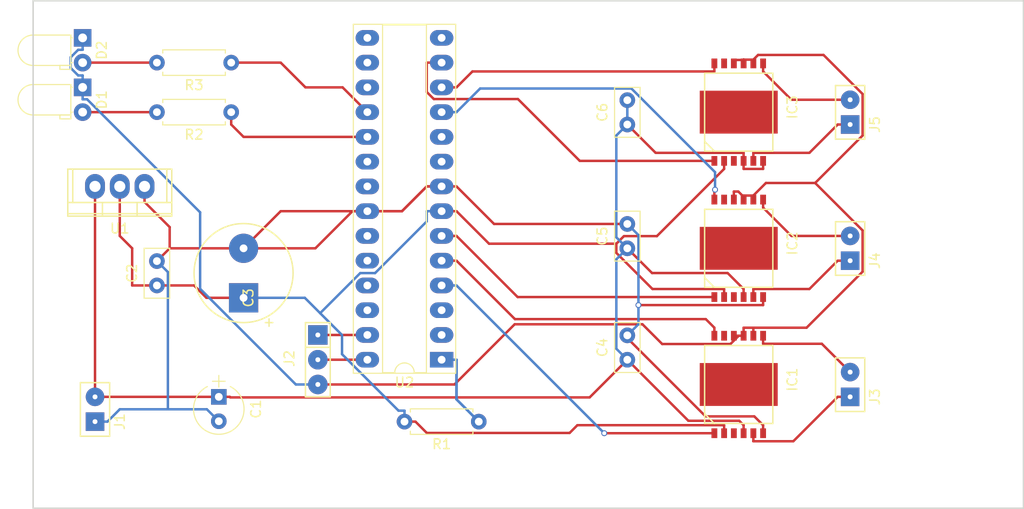
<source format=kicad_pcb>
(kicad_pcb (version 4) (host pcbnew 4.0.6)

  (general
    (links 57)
    (no_connects 0)
    (area 134.905 96.444999 240.105001 148.665001)
    (thickness 1.6)
    (drawings 5)
    (tracks 219)
    (zones 0)
    (modules 21)
    (nets 47)
  )

  (page A4)
  (title_block
    (title Shield_maison_v_1.0)
  )

  (layers
    (0 F.Cu signal)
    (31 B.Cu signal)
    (32 B.Adhes user)
    (33 F.Adhes user)
    (34 B.Paste user)
    (35 F.Paste user)
    (36 B.SilkS user)
    (37 F.SilkS user)
    (38 B.Mask user)
    (39 F.Mask user)
    (40 Dwgs.User user)
    (41 Cmts.User user)
    (42 Eco1.User user)
    (43 Eco2.User user)
    (44 Edge.Cuts user)
    (45 Margin user)
    (46 B.CrtYd user)
    (47 F.CrtYd user)
    (48 B.Fab user)
    (49 F.Fab user)
  )

  (setup
    (last_trace_width 0.25)
    (trace_clearance 0.2)
    (zone_clearance 0.508)
    (zone_45_only no)
    (trace_min 0.2)
    (segment_width 0.2)
    (edge_width 0.15)
    (via_size 0.6)
    (via_drill 0.4)
    (via_min_size 0.4)
    (via_min_drill 0.3)
    (uvia_size 0.3)
    (uvia_drill 0.1)
    (uvias_allowed no)
    (uvia_min_size 0.2)
    (uvia_min_drill 0.1)
    (pcb_text_width 0.3)
    (pcb_text_size 1.5 1.5)
    (mod_edge_width 0.15)
    (mod_text_size 1 1)
    (mod_text_width 0.15)
    (pad_size 1.524 1.524)
    (pad_drill 0.762)
    (pad_to_mask_clearance 0.2)
    (aux_axis_origin 0 0)
    (visible_elements 7FFFFFFF)
    (pcbplotparams
      (layerselection 0x00030_80000001)
      (usegerberextensions false)
      (excludeedgelayer true)
      (linewidth 0.100000)
      (plotframeref false)
      (viasonmask false)
      (mode 1)
      (useauxorigin false)
      (hpglpennumber 1)
      (hpglpenspeed 20)
      (hpglpendiameter 15)
      (hpglpenoverlay 2)
      (psnegative false)
      (psa4output false)
      (plotreference true)
      (plotvalue true)
      (plotinvisibletext false)
      (padsonsilk false)
      (subtractmaskfromsilk false)
      (outputformat 1)
      (mirror false)
      (drillshape 1)
      (scaleselection 1)
      (outputdirectory ""))
  )

  (net 0 "")
  (net 1 "Net-(C1-Pad1)")
  (net 2 "Net-(C1-Pad2)")
  (net 3 "Net-(C2-Pad1)")
  (net 4 GND)
  (net 5 "Net-(D1-Pad2)")
  (net 6 "Net-(D2-Pad2)")
  (net 7 "Net-(IC1-Pad5)")
  (net 8 "Net-(IC1-Pad3)")
  (net 9 "Net-(IC1-Pad1)")
  (net 10 "Net-(IC1-Pad7)")
  (net 11 "Net-(IC1-Pad12)")
  (net 12 "Net-(IC1-Pad11)")
  (net 13 "Net-(IC1-Pad13)")
  (net 14 "Net-(IC2-Pad5)")
  (net 15 "Net-(IC2-Pad3)")
  (net 16 "Net-(IC2-Pad1)")
  (net 17 "Net-(IC2-Pad7)")
  (net 18 "Net-(IC2-Pad12)")
  (net 19 "Net-(IC2-Pad11)")
  (net 20 "Net-(IC2-Pad13)")
  (net 21 "Net-(IC3-Pad5)")
  (net 22 "Net-(IC3-Pad3)")
  (net 23 "Net-(IC3-Pad1)")
  (net 24 "Net-(IC3-Pad7)")
  (net 25 "Net-(IC3-Pad12)")
  (net 26 "Net-(IC3-Pad11)")
  (net 27 "Net-(IC3-Pad13)")
  (net 28 "Net-(J2-Pad1)")
  (net 29 "Net-(J2-Pad2)")
  (net 30 "Net-(R1-Pad1)")
  (net 31 "Net-(R2-Pad1)")
  (net 32 "Net-(R3-Pad1)")
  (net 33 "Net-(U2-Pad15)")
  (net 34 "Net-(U2-Pad2)")
  (net 35 "Net-(U2-Pad16)")
  (net 36 "Net-(U2-Pad3)")
  (net 37 "Net-(U2-Pad17)")
  (net 38 "Net-(U2-Pad20)")
  (net 39 "Net-(U2-Pad21)")
  (net 40 "Net-(U2-Pad9)")
  (net 41 "Net-(U2-Pad23)")
  (net 42 "Net-(U2-Pad10)")
  (net 43 "Net-(U2-Pad24)")
  (net 44 "Net-(U2-Pad25)")
  (net 45 "Net-(U2-Pad26)")
  (net 46 "Net-(U2-Pad14)")

  (net_class Default "Ceci est la Netclass par défaut"
    (clearance 0.2)
    (trace_width 0.25)
    (via_dia 0.6)
    (via_drill 0.4)
    (uvia_dia 0.3)
    (uvia_drill 0.1)
    (add_net GND)
    (add_net "Net-(C1-Pad1)")
    (add_net "Net-(C1-Pad2)")
    (add_net "Net-(C2-Pad1)")
    (add_net "Net-(D1-Pad2)")
    (add_net "Net-(D2-Pad2)")
    (add_net "Net-(IC1-Pad1)")
    (add_net "Net-(IC1-Pad11)")
    (add_net "Net-(IC1-Pad12)")
    (add_net "Net-(IC1-Pad13)")
    (add_net "Net-(IC1-Pad3)")
    (add_net "Net-(IC1-Pad5)")
    (add_net "Net-(IC1-Pad7)")
    (add_net "Net-(IC2-Pad1)")
    (add_net "Net-(IC2-Pad11)")
    (add_net "Net-(IC2-Pad12)")
    (add_net "Net-(IC2-Pad13)")
    (add_net "Net-(IC2-Pad3)")
    (add_net "Net-(IC2-Pad5)")
    (add_net "Net-(IC2-Pad7)")
    (add_net "Net-(IC3-Pad1)")
    (add_net "Net-(IC3-Pad11)")
    (add_net "Net-(IC3-Pad12)")
    (add_net "Net-(IC3-Pad13)")
    (add_net "Net-(IC3-Pad3)")
    (add_net "Net-(IC3-Pad5)")
    (add_net "Net-(IC3-Pad7)")
    (add_net "Net-(J2-Pad1)")
    (add_net "Net-(J2-Pad2)")
    (add_net "Net-(R1-Pad1)")
    (add_net "Net-(R2-Pad1)")
    (add_net "Net-(R3-Pad1)")
    (add_net "Net-(U2-Pad10)")
    (add_net "Net-(U2-Pad14)")
    (add_net "Net-(U2-Pad15)")
    (add_net "Net-(U2-Pad16)")
    (add_net "Net-(U2-Pad17)")
    (add_net "Net-(U2-Pad2)")
    (add_net "Net-(U2-Pad20)")
    (add_net "Net-(U2-Pad21)")
    (add_net "Net-(U2-Pad23)")
    (add_net "Net-(U2-Pad24)")
    (add_net "Net-(U2-Pad25)")
    (add_net "Net-(U2-Pad26)")
    (add_net "Net-(U2-Pad3)")
    (add_net "Net-(U2-Pad9)")
  )

  (net_class Alim ""
    (clearance 0.3)
    (trace_width 5)
    (via_dia 0.6)
    (via_drill 0.4)
    (uvia_dia 0.3)
    (uvia_drill 0.1)
  )

  (module Capacitors_THT:CP_Radial_Tantal_D5.0mm_P2.50mm (layer F.Cu) (tedit 597C781B) (tstamp 5ABE4B81)
    (at 157.48 137.16 270)
    (descr "CP, Radial_Tantal series, Radial, pin pitch=2.50mm, , diameter=5.0mm, Tantal Electrolytic Capacitor, http://cdn-reichelt.de/documents/datenblatt/B300/TANTAL-TB-Serie%23.pdf")
    (tags "CP Radial_Tantal series Radial pin pitch 2.50mm  diameter 5.0mm Tantal Electrolytic Capacitor")
    (path /5ABE463C)
    (fp_text reference C1 (at 1.25 -3.81 270) (layer F.SilkS)
      (effects (font (size 1 1) (thickness 0.15)))
    )
    (fp_text value 220µF (at 1.25 3.81 270) (layer F.Fab)
      (effects (font (size 1 1) (thickness 0.15)))
    )
    (fp_arc (start 1.25 0) (end -1.05558 -1.18) (angle 125.8) (layer F.SilkS) (width 0.12))
    (fp_arc (start 1.25 0) (end -1.05558 1.18) (angle -125.8) (layer F.SilkS) (width 0.12))
    (fp_arc (start 1.25 0) (end 3.55558 -1.18) (angle 54.2) (layer F.SilkS) (width 0.12))
    (fp_circle (center 1.25 0) (end 3.75 0) (layer F.Fab) (width 0.1))
    (fp_line (start -2.2 0) (end -1 0) (layer F.Fab) (width 0.1))
    (fp_line (start -1.6 -0.65) (end -1.6 0.65) (layer F.Fab) (width 0.1))
    (fp_line (start -2.2 0) (end -1 0) (layer F.SilkS) (width 0.12))
    (fp_line (start -1.6 -0.65) (end -1.6 0.65) (layer F.SilkS) (width 0.12))
    (fp_line (start -1.6 -2.85) (end -1.6 2.85) (layer F.CrtYd) (width 0.05))
    (fp_line (start -1.6 2.85) (end 4.1 2.85) (layer F.CrtYd) (width 0.05))
    (fp_line (start 4.1 2.85) (end 4.1 -2.85) (layer F.CrtYd) (width 0.05))
    (fp_line (start 4.1 -2.85) (end -1.6 -2.85) (layer F.CrtYd) (width 0.05))
    (fp_text user %R (at 1.25 0 270) (layer F.Fab)
      (effects (font (size 1 1) (thickness 0.15)))
    )
    (pad 1 thru_hole rect (at 0 0 270) (size 1.6 1.6) (drill 0.8) (layers *.Cu *.Mask)
      (net 1 "Net-(C1-Pad1)"))
    (pad 2 thru_hole circle (at 2.5 0 270) (size 1.6 1.6) (drill 0.8) (layers *.Cu *.Mask)
      (net 2 "Net-(C1-Pad2)"))
    (model ${KISYS3DMOD}/Capacitors_THT.3dshapes/CP_Radial_Tantal_D5.0mm_P2.50mm.wrl
      (at (xyz 0 0 0))
      (scale (xyz 1 1 1))
      (rotate (xyz 0 0 0))
    )
  )

  (module Capacitors_THT:C_Disc_D5.0mm_W2.5mm_P2.50mm (layer F.Cu) (tedit 597BC7C2) (tstamp 5ABE4B87)
    (at 151.13 125.73 90)
    (descr "C, Disc series, Radial, pin pitch=2.50mm, , diameter*width=5*2.5mm^2, Capacitor, http://cdn-reichelt.de/documents/datenblatt/B300/DS_KERKO_TC.pdf")
    (tags "C Disc series Radial pin pitch 2.50mm  diameter 5mm width 2.5mm Capacitor")
    (path /5ABE7594)
    (fp_text reference C2 (at 1.25 -2.56 90) (layer F.SilkS)
      (effects (font (size 1 1) (thickness 0.15)))
    )
    (fp_text value 100n (at 1.25 2.56 90) (layer F.Fab)
      (effects (font (size 1 1) (thickness 0.15)))
    )
    (fp_line (start -1.25 -1.25) (end -1.25 1.25) (layer F.Fab) (width 0.1))
    (fp_line (start -1.25 1.25) (end 3.75 1.25) (layer F.Fab) (width 0.1))
    (fp_line (start 3.75 1.25) (end 3.75 -1.25) (layer F.Fab) (width 0.1))
    (fp_line (start 3.75 -1.25) (end -1.25 -1.25) (layer F.Fab) (width 0.1))
    (fp_line (start -1.31 -1.31) (end 3.81 -1.31) (layer F.SilkS) (width 0.12))
    (fp_line (start -1.31 1.31) (end 3.81 1.31) (layer F.SilkS) (width 0.12))
    (fp_line (start -1.31 -1.31) (end -1.31 1.31) (layer F.SilkS) (width 0.12))
    (fp_line (start 3.81 -1.31) (end 3.81 1.31) (layer F.SilkS) (width 0.12))
    (fp_line (start -1.6 -1.6) (end -1.6 1.6) (layer F.CrtYd) (width 0.05))
    (fp_line (start -1.6 1.6) (end 4.1 1.6) (layer F.CrtYd) (width 0.05))
    (fp_line (start 4.1 1.6) (end 4.1 -1.6) (layer F.CrtYd) (width 0.05))
    (fp_line (start 4.1 -1.6) (end -1.6 -1.6) (layer F.CrtYd) (width 0.05))
    (fp_text user %R (at 1.25 0 90) (layer F.Fab)
      (effects (font (size 1 1) (thickness 0.15)))
    )
    (pad 1 thru_hole circle (at 0 0 90) (size 1.6 1.6) (drill 0.8) (layers *.Cu *.Mask)
      (net 3 "Net-(C2-Pad1)"))
    (pad 2 thru_hole circle (at 2.5 0 90) (size 1.6 1.6) (drill 0.8) (layers *.Cu *.Mask)
      (net 2 "Net-(C1-Pad2)"))
    (model ${KISYS3DMOD}/Capacitors_THT.3dshapes/C_Disc_D5.0mm_W2.5mm_P2.50mm.wrl
      (at (xyz 0 0 0))
      (scale (xyz 1 1 1))
      (rotate (xyz 0 0 0))
    )
  )

  (module "modules perso:condo_D8mm_P3mm" (layer F.Cu) (tedit 5ABE3F95) (tstamp 5ABE4B8F)
    (at 160.02 127 90)
    (path /5ABE0F75)
    (fp_text reference C3 (at 0 0.5 90) (layer F.SilkS)
      (effects (font (size 1 1) (thickness 0.15)))
    )
    (fp_text value 10µF (at 0 -0.5 90) (layer F.Fab)
      (effects (font (size 1 1) (thickness 0.15)))
    )
    (fp_text user + (at -2.54 2.54 90) (layer F.SilkS)
      (effects (font (size 1 1) (thickness 0.15)))
    )
    (fp_circle (center 2.54 0) (end -2.54 0) (layer F.SilkS) (width 0.15))
    (pad 2 thru_hole circle (at 5.08 0 90) (size 3 3) (drill 0.8) (layers *.Cu *.Mask)
      (net 2 "Net-(C1-Pad2)"))
    (pad 1 thru_hole rect (at 0 0 90) (size 3 3) (drill 0.8) (layers *.Cu *.Mask)
      (net 3 "Net-(C2-Pad1)"))
  )

  (module Capacitors_THT:C_Disc_D5.0mm_W2.5mm_P2.50mm (layer F.Cu) (tedit 597BC7C2) (tstamp 5ABE4B95)
    (at 199.39 133.35 90)
    (descr "C, Disc series, Radial, pin pitch=2.50mm, , diameter*width=5*2.5mm^2, Capacitor, http://cdn-reichelt.de/documents/datenblatt/B300/DS_KERKO_TC.pdf")
    (tags "C Disc series Radial pin pitch 2.50mm  diameter 5mm width 2.5mm Capacitor")
    (path /5ABE7FA7)
    (fp_text reference C4 (at 1.25 -2.56 90) (layer F.SilkS)
      (effects (font (size 1 1) (thickness 0.15)))
    )
    (fp_text value 100n (at 1.25 2.56 90) (layer F.Fab)
      (effects (font (size 1 1) (thickness 0.15)))
    )
    (fp_line (start -1.25 -1.25) (end -1.25 1.25) (layer F.Fab) (width 0.1))
    (fp_line (start -1.25 1.25) (end 3.75 1.25) (layer F.Fab) (width 0.1))
    (fp_line (start 3.75 1.25) (end 3.75 -1.25) (layer F.Fab) (width 0.1))
    (fp_line (start 3.75 -1.25) (end -1.25 -1.25) (layer F.Fab) (width 0.1))
    (fp_line (start -1.31 -1.31) (end 3.81 -1.31) (layer F.SilkS) (width 0.12))
    (fp_line (start -1.31 1.31) (end 3.81 1.31) (layer F.SilkS) (width 0.12))
    (fp_line (start -1.31 -1.31) (end -1.31 1.31) (layer F.SilkS) (width 0.12))
    (fp_line (start 3.81 -1.31) (end 3.81 1.31) (layer F.SilkS) (width 0.12))
    (fp_line (start -1.6 -1.6) (end -1.6 1.6) (layer F.CrtYd) (width 0.05))
    (fp_line (start -1.6 1.6) (end 4.1 1.6) (layer F.CrtYd) (width 0.05))
    (fp_line (start 4.1 1.6) (end 4.1 -1.6) (layer F.CrtYd) (width 0.05))
    (fp_line (start 4.1 -1.6) (end -1.6 -1.6) (layer F.CrtYd) (width 0.05))
    (fp_text user %R (at 1.25 0 90) (layer F.Fab)
      (effects (font (size 1 1) (thickness 0.15)))
    )
    (pad 1 thru_hole circle (at 0 0 90) (size 1.6 1.6) (drill 0.8) (layers *.Cu *.Mask)
      (net 1 "Net-(C1-Pad1)"))
    (pad 2 thru_hole circle (at 2.5 0 90) (size 1.6 1.6) (drill 0.8) (layers *.Cu *.Mask)
      (net 2 "Net-(C1-Pad2)"))
    (model ${KISYS3DMOD}/Capacitors_THT.3dshapes/C_Disc_D5.0mm_W2.5mm_P2.50mm.wrl
      (at (xyz 0 0 0))
      (scale (xyz 1 1 1))
      (rotate (xyz 0 0 0))
    )
  )

  (module Capacitors_THT:C_Disc_D5.0mm_W2.5mm_P2.50mm (layer F.Cu) (tedit 597BC7C2) (tstamp 5ABE4B9B)
    (at 199.39 121.92 90)
    (descr "C, Disc series, Radial, pin pitch=2.50mm, , diameter*width=5*2.5mm^2, Capacitor, http://cdn-reichelt.de/documents/datenblatt/B300/DS_KERKO_TC.pdf")
    (tags "C Disc series Radial pin pitch 2.50mm  diameter 5mm width 2.5mm Capacitor")
    (path /5ABE824F)
    (fp_text reference C5 (at 1.25 -2.56 90) (layer F.SilkS)
      (effects (font (size 1 1) (thickness 0.15)))
    )
    (fp_text value 100n (at 1.25 2.56 90) (layer F.Fab)
      (effects (font (size 1 1) (thickness 0.15)))
    )
    (fp_line (start -1.25 -1.25) (end -1.25 1.25) (layer F.Fab) (width 0.1))
    (fp_line (start -1.25 1.25) (end 3.75 1.25) (layer F.Fab) (width 0.1))
    (fp_line (start 3.75 1.25) (end 3.75 -1.25) (layer F.Fab) (width 0.1))
    (fp_line (start 3.75 -1.25) (end -1.25 -1.25) (layer F.Fab) (width 0.1))
    (fp_line (start -1.31 -1.31) (end 3.81 -1.31) (layer F.SilkS) (width 0.12))
    (fp_line (start -1.31 1.31) (end 3.81 1.31) (layer F.SilkS) (width 0.12))
    (fp_line (start -1.31 -1.31) (end -1.31 1.31) (layer F.SilkS) (width 0.12))
    (fp_line (start 3.81 -1.31) (end 3.81 1.31) (layer F.SilkS) (width 0.12))
    (fp_line (start -1.6 -1.6) (end -1.6 1.6) (layer F.CrtYd) (width 0.05))
    (fp_line (start -1.6 1.6) (end 4.1 1.6) (layer F.CrtYd) (width 0.05))
    (fp_line (start 4.1 1.6) (end 4.1 -1.6) (layer F.CrtYd) (width 0.05))
    (fp_line (start 4.1 -1.6) (end -1.6 -1.6) (layer F.CrtYd) (width 0.05))
    (fp_text user %R (at 1.25 0 90) (layer F.Fab)
      (effects (font (size 1 1) (thickness 0.15)))
    )
    (pad 1 thru_hole circle (at 0 0 90) (size 1.6 1.6) (drill 0.8) (layers *.Cu *.Mask)
      (net 1 "Net-(C1-Pad1)"))
    (pad 2 thru_hole circle (at 2.5 0 90) (size 1.6 1.6) (drill 0.8) (layers *.Cu *.Mask)
      (net 2 "Net-(C1-Pad2)"))
    (model ${KISYS3DMOD}/Capacitors_THT.3dshapes/C_Disc_D5.0mm_W2.5mm_P2.50mm.wrl
      (at (xyz 0 0 0))
      (scale (xyz 1 1 1))
      (rotate (xyz 0 0 0))
    )
  )

  (module Capacitors_THT:C_Disc_D5.0mm_W2.5mm_P2.50mm (layer F.Cu) (tedit 597BC7C2) (tstamp 5ABE4BA1)
    (at 199.39 109.22 90)
    (descr "C, Disc series, Radial, pin pitch=2.50mm, , diameter*width=5*2.5mm^2, Capacitor, http://cdn-reichelt.de/documents/datenblatt/B300/DS_KERKO_TC.pdf")
    (tags "C Disc series Radial pin pitch 2.50mm  diameter 5mm width 2.5mm Capacitor")
    (path /5ABE82DA)
    (fp_text reference C6 (at 1.25 -2.56 90) (layer F.SilkS)
      (effects (font (size 1 1) (thickness 0.15)))
    )
    (fp_text value 100n (at 1.25 2.56 90) (layer F.Fab)
      (effects (font (size 1 1) (thickness 0.15)))
    )
    (fp_line (start -1.25 -1.25) (end -1.25 1.25) (layer F.Fab) (width 0.1))
    (fp_line (start -1.25 1.25) (end 3.75 1.25) (layer F.Fab) (width 0.1))
    (fp_line (start 3.75 1.25) (end 3.75 -1.25) (layer F.Fab) (width 0.1))
    (fp_line (start 3.75 -1.25) (end -1.25 -1.25) (layer F.Fab) (width 0.1))
    (fp_line (start -1.31 -1.31) (end 3.81 -1.31) (layer F.SilkS) (width 0.12))
    (fp_line (start -1.31 1.31) (end 3.81 1.31) (layer F.SilkS) (width 0.12))
    (fp_line (start -1.31 -1.31) (end -1.31 1.31) (layer F.SilkS) (width 0.12))
    (fp_line (start 3.81 -1.31) (end 3.81 1.31) (layer F.SilkS) (width 0.12))
    (fp_line (start -1.6 -1.6) (end -1.6 1.6) (layer F.CrtYd) (width 0.05))
    (fp_line (start -1.6 1.6) (end 4.1 1.6) (layer F.CrtYd) (width 0.05))
    (fp_line (start 4.1 1.6) (end 4.1 -1.6) (layer F.CrtYd) (width 0.05))
    (fp_line (start 4.1 -1.6) (end -1.6 -1.6) (layer F.CrtYd) (width 0.05))
    (fp_text user %R (at 1.25 0 90) (layer F.Fab)
      (effects (font (size 1 1) (thickness 0.15)))
    )
    (pad 1 thru_hole circle (at 0 0 90) (size 1.6 1.6) (drill 0.8) (layers *.Cu *.Mask)
      (net 1 "Net-(C1-Pad1)"))
    (pad 2 thru_hole circle (at 2.5 0 90) (size 1.6 1.6) (drill 0.8) (layers *.Cu *.Mask)
      (net 1 "Net-(C1-Pad1)"))
    (model ${KISYS3DMOD}/Capacitors_THT.3dshapes/C_Disc_D5.0mm_W2.5mm_P2.50mm.wrl
      (at (xyz 0 0 0))
      (scale (xyz 1 1 1))
      (rotate (xyz 0 0 0))
    )
  )

  (module LEDs:LED_D3.0mm_Horizontal_O1.27mm_Z2.0mm (layer F.Cu) (tedit 5880A862) (tstamp 5ABE4BA7)
    (at 143.51 105.41 270)
    (descr "LED, diameter 3.0mm z-position of LED center 2.0mm, 2 pins")
    (tags "LED diameter 3.0mm z-position of LED center 2.0mm 2 pins")
    (path /5ABEB185)
    (fp_text reference D1 (at 1.27 -1.96 270) (layer F.SilkS)
      (effects (font (size 1 1) (thickness 0.15)))
    )
    (fp_text value LED (at 1.27 7.63 270) (layer F.Fab)
      (effects (font (size 1 1) (thickness 0.15)))
    )
    (fp_arc (start 1.27 5.07) (end -0.23 5.07) (angle -180) (layer F.Fab) (width 0.1))
    (fp_arc (start 1.27 5.07) (end -0.29 5.07) (angle -180) (layer F.SilkS) (width 0.12))
    (fp_line (start -0.23 1.27) (end -0.23 5.07) (layer F.Fab) (width 0.1))
    (fp_line (start 2.77 1.27) (end 2.77 5.07) (layer F.Fab) (width 0.1))
    (fp_line (start -0.23 1.27) (end 2.77 1.27) (layer F.Fab) (width 0.1))
    (fp_line (start 3.17 1.27) (end 3.17 2.27) (layer F.Fab) (width 0.1))
    (fp_line (start 3.17 2.27) (end 2.77 2.27) (layer F.Fab) (width 0.1))
    (fp_line (start 2.77 2.27) (end 2.77 1.27) (layer F.Fab) (width 0.1))
    (fp_line (start 2.77 1.27) (end 3.17 1.27) (layer F.Fab) (width 0.1))
    (fp_line (start 0 0) (end 0 1.27) (layer F.Fab) (width 0.1))
    (fp_line (start 0 1.27) (end 0 1.27) (layer F.Fab) (width 0.1))
    (fp_line (start 0 1.27) (end 0 0) (layer F.Fab) (width 0.1))
    (fp_line (start 0 0) (end 0 0) (layer F.Fab) (width 0.1))
    (fp_line (start 2.54 0) (end 2.54 1.27) (layer F.Fab) (width 0.1))
    (fp_line (start 2.54 1.27) (end 2.54 1.27) (layer F.Fab) (width 0.1))
    (fp_line (start 2.54 1.27) (end 2.54 0) (layer F.Fab) (width 0.1))
    (fp_line (start 2.54 0) (end 2.54 0) (layer F.Fab) (width 0.1))
    (fp_line (start -0.29 1.21) (end -0.29 5.07) (layer F.SilkS) (width 0.12))
    (fp_line (start 2.83 1.21) (end 2.83 5.07) (layer F.SilkS) (width 0.12))
    (fp_line (start -0.29 1.21) (end 2.83 1.21) (layer F.SilkS) (width 0.12))
    (fp_line (start 3.23 1.21) (end 3.23 2.33) (layer F.SilkS) (width 0.12))
    (fp_line (start 3.23 2.33) (end 2.83 2.33) (layer F.SilkS) (width 0.12))
    (fp_line (start 2.83 2.33) (end 2.83 1.21) (layer F.SilkS) (width 0.12))
    (fp_line (start 2.83 1.21) (end 3.23 1.21) (layer F.SilkS) (width 0.12))
    (fp_line (start 0 1.08) (end 0 1.21) (layer F.SilkS) (width 0.12))
    (fp_line (start 0 1.21) (end 0 1.21) (layer F.SilkS) (width 0.12))
    (fp_line (start 0 1.21) (end 0 1.08) (layer F.SilkS) (width 0.12))
    (fp_line (start 0 1.08) (end 0 1.08) (layer F.SilkS) (width 0.12))
    (fp_line (start 2.54 1.08) (end 2.54 1.21) (layer F.SilkS) (width 0.12))
    (fp_line (start 2.54 1.21) (end 2.54 1.21) (layer F.SilkS) (width 0.12))
    (fp_line (start 2.54 1.21) (end 2.54 1.08) (layer F.SilkS) (width 0.12))
    (fp_line (start 2.54 1.08) (end 2.54 1.08) (layer F.SilkS) (width 0.12))
    (fp_line (start -1.25 -1.25) (end -1.25 6.9) (layer F.CrtYd) (width 0.05))
    (fp_line (start -1.25 6.9) (end 3.75 6.9) (layer F.CrtYd) (width 0.05))
    (fp_line (start 3.75 6.9) (end 3.75 -1.25) (layer F.CrtYd) (width 0.05))
    (fp_line (start 3.75 -1.25) (end -1.25 -1.25) (layer F.CrtYd) (width 0.05))
    (pad 1 thru_hole rect (at 0 0 270) (size 1.8 1.8) (drill 0.9) (layers *.Cu *.Mask)
      (net 4 GND))
    (pad 2 thru_hole circle (at 2.54 0 270) (size 1.8 1.8) (drill 0.9) (layers *.Cu *.Mask)
      (net 5 "Net-(D1-Pad2)"))
    (model ${KISYS3DMOD}/LEDs.3dshapes/LED_D3.0mm_Horizontal_O1.27mm_Z2.0mm.wrl
      (at (xyz 0 0 0))
      (scale (xyz 0.393701 0.393701 0.393701))
      (rotate (xyz 0 0 0))
    )
  )

  (module LEDs:LED_D3.0mm_Horizontal_O1.27mm_Z2.0mm (layer F.Cu) (tedit 5880A862) (tstamp 5ABE4BAD)
    (at 143.51 100.33 270)
    (descr "LED, diameter 3.0mm z-position of LED center 2.0mm, 2 pins")
    (tags "LED diameter 3.0mm z-position of LED center 2.0mm 2 pins")
    (path /5ABE3338)
    (fp_text reference D2 (at 1.27 -1.96 270) (layer F.SilkS)
      (effects (font (size 1 1) (thickness 0.15)))
    )
    (fp_text value LED (at 1.27 7.63 270) (layer F.Fab)
      (effects (font (size 1 1) (thickness 0.15)))
    )
    (fp_arc (start 1.27 5.07) (end -0.23 5.07) (angle -180) (layer F.Fab) (width 0.1))
    (fp_arc (start 1.27 5.07) (end -0.29 5.07) (angle -180) (layer F.SilkS) (width 0.12))
    (fp_line (start -0.23 1.27) (end -0.23 5.07) (layer F.Fab) (width 0.1))
    (fp_line (start 2.77 1.27) (end 2.77 5.07) (layer F.Fab) (width 0.1))
    (fp_line (start -0.23 1.27) (end 2.77 1.27) (layer F.Fab) (width 0.1))
    (fp_line (start 3.17 1.27) (end 3.17 2.27) (layer F.Fab) (width 0.1))
    (fp_line (start 3.17 2.27) (end 2.77 2.27) (layer F.Fab) (width 0.1))
    (fp_line (start 2.77 2.27) (end 2.77 1.27) (layer F.Fab) (width 0.1))
    (fp_line (start 2.77 1.27) (end 3.17 1.27) (layer F.Fab) (width 0.1))
    (fp_line (start 0 0) (end 0 1.27) (layer F.Fab) (width 0.1))
    (fp_line (start 0 1.27) (end 0 1.27) (layer F.Fab) (width 0.1))
    (fp_line (start 0 1.27) (end 0 0) (layer F.Fab) (width 0.1))
    (fp_line (start 0 0) (end 0 0) (layer F.Fab) (width 0.1))
    (fp_line (start 2.54 0) (end 2.54 1.27) (layer F.Fab) (width 0.1))
    (fp_line (start 2.54 1.27) (end 2.54 1.27) (layer F.Fab) (width 0.1))
    (fp_line (start 2.54 1.27) (end 2.54 0) (layer F.Fab) (width 0.1))
    (fp_line (start 2.54 0) (end 2.54 0) (layer F.Fab) (width 0.1))
    (fp_line (start -0.29 1.21) (end -0.29 5.07) (layer F.SilkS) (width 0.12))
    (fp_line (start 2.83 1.21) (end 2.83 5.07) (layer F.SilkS) (width 0.12))
    (fp_line (start -0.29 1.21) (end 2.83 1.21) (layer F.SilkS) (width 0.12))
    (fp_line (start 3.23 1.21) (end 3.23 2.33) (layer F.SilkS) (width 0.12))
    (fp_line (start 3.23 2.33) (end 2.83 2.33) (layer F.SilkS) (width 0.12))
    (fp_line (start 2.83 2.33) (end 2.83 1.21) (layer F.SilkS) (width 0.12))
    (fp_line (start 2.83 1.21) (end 3.23 1.21) (layer F.SilkS) (width 0.12))
    (fp_line (start 0 1.08) (end 0 1.21) (layer F.SilkS) (width 0.12))
    (fp_line (start 0 1.21) (end 0 1.21) (layer F.SilkS) (width 0.12))
    (fp_line (start 0 1.21) (end 0 1.08) (layer F.SilkS) (width 0.12))
    (fp_line (start 0 1.08) (end 0 1.08) (layer F.SilkS) (width 0.12))
    (fp_line (start 2.54 1.08) (end 2.54 1.21) (layer F.SilkS) (width 0.12))
    (fp_line (start 2.54 1.21) (end 2.54 1.21) (layer F.SilkS) (width 0.12))
    (fp_line (start 2.54 1.21) (end 2.54 1.08) (layer F.SilkS) (width 0.12))
    (fp_line (start 2.54 1.08) (end 2.54 1.08) (layer F.SilkS) (width 0.12))
    (fp_line (start -1.25 -1.25) (end -1.25 6.9) (layer F.CrtYd) (width 0.05))
    (fp_line (start -1.25 6.9) (end 3.75 6.9) (layer F.CrtYd) (width 0.05))
    (fp_line (start 3.75 6.9) (end 3.75 -1.25) (layer F.CrtYd) (width 0.05))
    (fp_line (start 3.75 -1.25) (end -1.25 -1.25) (layer F.CrtYd) (width 0.05))
    (pad 1 thru_hole rect (at 0 0 270) (size 1.8 1.8) (drill 0.9) (layers *.Cu *.Mask)
      (net 4 GND))
    (pad 2 thru_hole circle (at 2.54 0 270) (size 1.8 1.8) (drill 0.9) (layers *.Cu *.Mask)
      (net 6 "Net-(D2-Pad2)"))
    (model ${KISYS3DMOD}/LEDs.3dshapes/LED_D3.0mm_Horizontal_O1.27mm_Z2.0mm.wrl
      (at (xyz 0 0 0))
      (scale (xyz 0.393701 0.393701 0.393701))
      (rotate (xyz 0 0 0))
    )
  )

  (module "modules perso:IFX9201SG" (layer F.Cu) (tedit 5AB23110) (tstamp 5ABE4BBE)
    (at 210.82 135.89 90)
    (path /5ABDFBB1)
    (fp_text reference IC1 (at 0.5 5.5 90) (layer F.SilkS)
      (effects (font (size 1 1) (thickness 0.15)))
    )
    (fp_text value IFX9201SGAUMA1 (at 0.5 -5 90) (layer F.Fab)
      (effects (font (size 1 1) (thickness 0.15)))
    )
    (fp_line (start -3 -3.5) (end -4 -2.5) (layer F.SilkS) (width 0.15))
    (fp_line (start 4 -3.5) (end 4 3.5) (layer F.SilkS) (width 0.15))
    (fp_line (start 4 3.5) (end -4 3.5) (layer F.SilkS) (width 0.15))
    (fp_line (start -4 3.5) (end -4 -3.5) (layer F.SilkS) (width 0.15))
    (fp_line (start -4 -3.5) (end 4 -3.5) (layer F.SilkS) (width 0.15))
    (pad 6 smd rect (at -5 2.5 90) (size 1 0.6) (layers F.Cu F.Paste F.Mask)
      (net 2 "Net-(C1-Pad2)"))
    (pad 5 smd rect (at -5 1.5 90) (size 1 0.6) (layers F.Cu F.Paste F.Mask)
      (net 7 "Net-(IC1-Pad5)"))
    (pad 4 smd rect (at -5 0.5 90) (size 1 0.6) (layers F.Cu F.Paste F.Mask)
      (net 1 "Net-(C1-Pad1)"))
    (pad 3 smd rect (at -5 -0.5 90) (size 1 0.6) (layers F.Cu F.Paste F.Mask)
      (net 8 "Net-(IC1-Pad3)"))
    (pad 2 smd rect (at -5 -1.5 90) (size 1 0.6) (layers F.Cu F.Paste F.Mask)
      (net 3 "Net-(C2-Pad1)"))
    (pad 1 smd rect (at -5 -2.5 90) (size 1 0.6) (layers F.Cu F.Paste F.Mask)
      (net 9 "Net-(IC1-Pad1)"))
    (pad 7 smd rect (at 5 2.5 90) (size 1 0.6) (layers F.Cu F.Paste F.Mask)
      (net 10 "Net-(IC1-Pad7)"))
    (pad 8 smd rect (at 5 1.5 90) (size 1 0.6) (layers F.Cu F.Paste F.Mask)
      (net 4 GND))
    (pad 9 smd rect (at 5 0.5 90) (size 1 0.6) (layers F.Cu F.Paste F.Mask)
      (net 4 GND))
    (pad 12 smd rect (at 5 -2.5 90) (size 1 0.6) (layers F.Cu F.Paste F.Mask)
      (net 11 "Net-(IC1-Pad12)"))
    (pad 11 smd rect (at 5 -1.5 90) (size 1 0.6) (layers F.Cu F.Paste F.Mask)
      (net 12 "Net-(IC1-Pad11)"))
    (pad 13 smd rect (at 0 0 90) (size 4.4 8) (layers F.Cu F.Paste F.Mask)
      (net 13 "Net-(IC1-Pad13)"))
    (pad 10 smd rect (at 5 -0.5 90) (size 1 0.6) (layers F.Cu F.Paste F.Mask)
      (net 4 GND))
  )

  (module "modules perso:IFX9201SG" (layer F.Cu) (tedit 5AB23110) (tstamp 5ABE4BCF)
    (at 210.82 121.92 90)
    (path /5ABDFC22)
    (fp_text reference IC2 (at 0.5 5.5 90) (layer F.SilkS)
      (effects (font (size 1 1) (thickness 0.15)))
    )
    (fp_text value IFX9201SGAUMA1 (at 0.5 -5 90) (layer F.Fab)
      (effects (font (size 1 1) (thickness 0.15)))
    )
    (fp_line (start -3 -3.5) (end -4 -2.5) (layer F.SilkS) (width 0.15))
    (fp_line (start 4 -3.5) (end 4 3.5) (layer F.SilkS) (width 0.15))
    (fp_line (start 4 3.5) (end -4 3.5) (layer F.SilkS) (width 0.15))
    (fp_line (start -4 3.5) (end -4 -3.5) (layer F.SilkS) (width 0.15))
    (fp_line (start -4 -3.5) (end 4 -3.5) (layer F.SilkS) (width 0.15))
    (pad 6 smd rect (at -5 2.5 90) (size 1 0.6) (layers F.Cu F.Paste F.Mask)
      (net 2 "Net-(C1-Pad2)"))
    (pad 5 smd rect (at -5 1.5 90) (size 1 0.6) (layers F.Cu F.Paste F.Mask)
      (net 14 "Net-(IC2-Pad5)"))
    (pad 4 smd rect (at -5 0.5 90) (size 1 0.6) (layers F.Cu F.Paste F.Mask)
      (net 1 "Net-(C1-Pad1)"))
    (pad 3 smd rect (at -5 -0.5 90) (size 1 0.6) (layers F.Cu F.Paste F.Mask)
      (net 15 "Net-(IC2-Pad3)"))
    (pad 2 smd rect (at -5 -1.5 90) (size 1 0.6) (layers F.Cu F.Paste F.Mask)
      (net 3 "Net-(C2-Pad1)"))
    (pad 1 smd rect (at -5 -2.5 90) (size 1 0.6) (layers F.Cu F.Paste F.Mask)
      (net 16 "Net-(IC2-Pad1)"))
    (pad 7 smd rect (at 5 2.5 90) (size 1 0.6) (layers F.Cu F.Paste F.Mask)
      (net 17 "Net-(IC2-Pad7)"))
    (pad 8 smd rect (at 5 1.5 90) (size 1 0.6) (layers F.Cu F.Paste F.Mask)
      (net 4 GND))
    (pad 9 smd rect (at 5 0.5 90) (size 1 0.6) (layers F.Cu F.Paste F.Mask)
      (net 4 GND))
    (pad 12 smd rect (at 5 -2.5 90) (size 1 0.6) (layers F.Cu F.Paste F.Mask)
      (net 18 "Net-(IC2-Pad12)"))
    (pad 11 smd rect (at 5 -1.5 90) (size 1 0.6) (layers F.Cu F.Paste F.Mask)
      (net 19 "Net-(IC2-Pad11)"))
    (pad 13 smd rect (at 0 0 90) (size 4.4 8) (layers F.Cu F.Paste F.Mask)
      (net 20 "Net-(IC2-Pad13)"))
    (pad 10 smd rect (at 5 -0.5 90) (size 1 0.6) (layers F.Cu F.Paste F.Mask)
      (net 4 GND))
  )

  (module "modules perso:IFX9201SG" (layer F.Cu) (tedit 5AB23110) (tstamp 5ABE4BE0)
    (at 210.82 107.95 90)
    (path /5ABDFCB7)
    (fp_text reference IC3 (at 0.5 5.5 90) (layer F.SilkS)
      (effects (font (size 1 1) (thickness 0.15)))
    )
    (fp_text value IFX9201SGAUMA1 (at 0.5 -5 90) (layer F.Fab)
      (effects (font (size 1 1) (thickness 0.15)))
    )
    (fp_line (start -3 -3.5) (end -4 -2.5) (layer F.SilkS) (width 0.15))
    (fp_line (start 4 -3.5) (end 4 3.5) (layer F.SilkS) (width 0.15))
    (fp_line (start 4 3.5) (end -4 3.5) (layer F.SilkS) (width 0.15))
    (fp_line (start -4 3.5) (end -4 -3.5) (layer F.SilkS) (width 0.15))
    (fp_line (start -4 -3.5) (end 4 -3.5) (layer F.SilkS) (width 0.15))
    (pad 6 smd rect (at -5 2.5 90) (size 1 0.6) (layers F.Cu F.Paste F.Mask)
      (net 1 "Net-(C1-Pad1)"))
    (pad 5 smd rect (at -5 1.5 90) (size 1 0.6) (layers F.Cu F.Paste F.Mask)
      (net 21 "Net-(IC3-Pad5)"))
    (pad 4 smd rect (at -5 0.5 90) (size 1 0.6) (layers F.Cu F.Paste F.Mask)
      (net 1 "Net-(C1-Pad1)"))
    (pad 3 smd rect (at -5 -0.5 90) (size 1 0.6) (layers F.Cu F.Paste F.Mask)
      (net 22 "Net-(IC3-Pad3)"))
    (pad 2 smd rect (at -5 -1.5 90) (size 1 0.6) (layers F.Cu F.Paste F.Mask)
      (net 3 "Net-(C2-Pad1)"))
    (pad 1 smd rect (at -5 -2.5 90) (size 1 0.6) (layers F.Cu F.Paste F.Mask)
      (net 23 "Net-(IC3-Pad1)"))
    (pad 7 smd rect (at 5 2.5 90) (size 1 0.6) (layers F.Cu F.Paste F.Mask)
      (net 24 "Net-(IC3-Pad7)"))
    (pad 8 smd rect (at 5 1.5 90) (size 1 0.6) (layers F.Cu F.Paste F.Mask)
      (net 4 GND))
    (pad 9 smd rect (at 5 0.5 90) (size 1 0.6) (layers F.Cu F.Paste F.Mask)
      (net 4 GND))
    (pad 12 smd rect (at 5 -2.5 90) (size 1 0.6) (layers F.Cu F.Paste F.Mask)
      (net 25 "Net-(IC3-Pad12)"))
    (pad 11 smd rect (at 5 -1.5 90) (size 1 0.6) (layers F.Cu F.Paste F.Mask)
      (net 26 "Net-(IC3-Pad11)"))
    (pad 13 smd rect (at 0 0 90) (size 4.4 8) (layers F.Cu F.Paste F.Mask)
      (net 27 "Net-(IC3-Pad13)"))
    (pad 10 smd rect (at 5 -0.5 90) (size 1 0.6) (layers F.Cu F.Paste F.Mask)
      (net 4 GND))
  )

  (module "modules perso:bornier2x2.54mm" (layer F.Cu) (tedit 5AB2366D) (tstamp 5ABE4BE6)
    (at 144.78 139.7 90)
    (path /5ABE9B4D)
    (fp_text reference J1 (at 0 2.54 90) (layer F.SilkS)
      (effects (font (size 1 1) (thickness 0.15)))
    )
    (fp_text value Conn_01x02 (at 0 -3.81 90) (layer F.Fab)
      (effects (font (size 1 1) (thickness 0.15)))
    )
    (fp_line (start -1.5 -1.5) (end -1.5 1.5) (layer F.SilkS) (width 0.15))
    (fp_line (start -1.5 1.5) (end 4 1.5) (layer F.SilkS) (width 0.15))
    (fp_line (start 4 1.5) (end 4 -1.5) (layer F.SilkS) (width 0.15))
    (fp_line (start 4 -1.5) (end -1.5 -1.5) (layer F.SilkS) (width 0.15))
    (pad 1 thru_hole rect (at 0 0 90) (size 1.9 1.9) (drill 0.5) (layers *.Cu *.Mask)
      (net 2 "Net-(C1-Pad2)"))
    (pad 2 thru_hole circle (at 2.54 0 90) (size 1.9 1.9) (drill 0.5) (layers *.Cu *.Mask)
      (net 1 "Net-(C1-Pad1)"))
  )

  (module "modules perso:bornier3x2.54mm" (layer F.Cu) (tedit 5ABDE619) (tstamp 5ABE4BED)
    (at 167.64 133.35 270)
    (path /5ABE9417)
    (fp_text reference J2 (at -0.127 2.921 270) (layer F.SilkS)
      (effects (font (size 1 1) (thickness 0.15)))
    )
    (fp_text value Conn_01x03 (at 0.381 -2.413 270) (layer F.Fab)
      (effects (font (size 1 1) (thickness 0.15)))
    )
    (fp_line (start -1.27 -1.27) (end -1.27 1.27) (layer F.SilkS) (width 0.15))
    (fp_line (start 3.81 -1.27) (end -3.81 -1.27) (layer F.SilkS) (width 0.15))
    (fp_line (start -3.81 -1.27) (end -3.81 1.27) (layer F.SilkS) (width 0.15))
    (fp_line (start -3.81 1.27) (end 3.81 1.27) (layer F.SilkS) (width 0.15))
    (fp_line (start 3.81 1.27) (end 3.81 -1.27) (layer F.SilkS) (width 0.15))
    (pad 1 thru_hole rect (at -2.54 0 270) (size 2 2) (drill 0.5) (layers *.Cu *.Mask)
      (net 28 "Net-(J2-Pad1)"))
    (pad 2 thru_hole circle (at 0 0 270) (size 2 2) (drill 0.5) (layers *.Cu *.Mask)
      (net 29 "Net-(J2-Pad2)"))
    (pad 3 thru_hole circle (at 2.54 0 270) (size 2 2) (drill 0.5) (layers *.Cu *.Mask)
      (net 4 GND))
  )

  (module "modules perso:bornier2x2.54mm" (layer F.Cu) (tedit 5AB2366D) (tstamp 5ABE4BF3)
    (at 222.25 137.16 90)
    (path /5ABE3A4A)
    (fp_text reference J3 (at 0 2.54 90) (layer F.SilkS)
      (effects (font (size 1 1) (thickness 0.15)))
    )
    (fp_text value Conn_01x02 (at 0 -3.81 90) (layer F.Fab)
      (effects (font (size 1 1) (thickness 0.15)))
    )
    (fp_line (start -1.5 -1.5) (end -1.5 1.5) (layer F.SilkS) (width 0.15))
    (fp_line (start -1.5 1.5) (end 4 1.5) (layer F.SilkS) (width 0.15))
    (fp_line (start 4 1.5) (end 4 -1.5) (layer F.SilkS) (width 0.15))
    (fp_line (start 4 -1.5) (end -1.5 -1.5) (layer F.SilkS) (width 0.15))
    (pad 1 thru_hole rect (at 0 0 90) (size 1.9 1.9) (drill 0.5) (layers *.Cu *.Mask)
      (net 7 "Net-(IC1-Pad5)"))
    (pad 2 thru_hole circle (at 2.54 0 90) (size 1.9 1.9) (drill 0.5) (layers *.Cu *.Mask)
      (net 10 "Net-(IC1-Pad7)"))
  )

  (module "modules perso:bornier2x2.54mm" (layer F.Cu) (tedit 5AB2366D) (tstamp 5ABE4BF9)
    (at 222.25 123.19 90)
    (path /5ABE3AC1)
    (fp_text reference J4 (at 0 2.54 90) (layer F.SilkS)
      (effects (font (size 1 1) (thickness 0.15)))
    )
    (fp_text value Conn_01x02 (at 0 -3.81 90) (layer F.Fab)
      (effects (font (size 1 1) (thickness 0.15)))
    )
    (fp_line (start -1.5 -1.5) (end -1.5 1.5) (layer F.SilkS) (width 0.15))
    (fp_line (start -1.5 1.5) (end 4 1.5) (layer F.SilkS) (width 0.15))
    (fp_line (start 4 1.5) (end 4 -1.5) (layer F.SilkS) (width 0.15))
    (fp_line (start 4 -1.5) (end -1.5 -1.5) (layer F.SilkS) (width 0.15))
    (pad 1 thru_hole rect (at 0 0 90) (size 1.9 1.9) (drill 0.5) (layers *.Cu *.Mask)
      (net 14 "Net-(IC2-Pad5)"))
    (pad 2 thru_hole circle (at 2.54 0 90) (size 1.9 1.9) (drill 0.5) (layers *.Cu *.Mask)
      (net 17 "Net-(IC2-Pad7)"))
  )

  (module "modules perso:bornier2x2.54mm" (layer F.Cu) (tedit 5AB2366D) (tstamp 5ABE4BFF)
    (at 222.25 109.22 90)
    (path /5ABE3BF4)
    (fp_text reference J5 (at 0 2.54 90) (layer F.SilkS)
      (effects (font (size 1 1) (thickness 0.15)))
    )
    (fp_text value Conn_01x02 (at 0 -3.81 90) (layer F.Fab)
      (effects (font (size 1 1) (thickness 0.15)))
    )
    (fp_line (start -1.5 -1.5) (end -1.5 1.5) (layer F.SilkS) (width 0.15))
    (fp_line (start -1.5 1.5) (end 4 1.5) (layer F.SilkS) (width 0.15))
    (fp_line (start 4 1.5) (end 4 -1.5) (layer F.SilkS) (width 0.15))
    (fp_line (start 4 -1.5) (end -1.5 -1.5) (layer F.SilkS) (width 0.15))
    (pad 1 thru_hole rect (at 0 0 90) (size 1.9 1.9) (drill 0.5) (layers *.Cu *.Mask)
      (net 21 "Net-(IC3-Pad5)"))
    (pad 2 thru_hole circle (at 2.54 0 90) (size 1.9 1.9) (drill 0.5) (layers *.Cu *.Mask)
      (net 24 "Net-(IC3-Pad7)"))
  )

  (module Resistors_THT:R_Axial_DIN0207_L6.3mm_D2.5mm_P7.62mm_Horizontal (layer F.Cu) (tedit 5874F706) (tstamp 5ABE4C05)
    (at 184.15 139.7 180)
    (descr "Resistor, Axial_DIN0207 series, Axial, Horizontal, pin pitch=7.62mm, 0.25W = 1/4W, length*diameter=6.3*2.5mm^2, http://cdn-reichelt.de/documents/datenblatt/B400/1_4W%23YAG.pdf")
    (tags "Resistor Axial_DIN0207 series Axial Horizontal pin pitch 7.62mm 0.25W = 1/4W length 6.3mm diameter 2.5mm")
    (path /5ABE1C1A)
    (fp_text reference R1 (at 3.81 -2.31 180) (layer F.SilkS)
      (effects (font (size 1 1) (thickness 0.15)))
    )
    (fp_text value 10k (at 3.81 2.31 180) (layer F.Fab)
      (effects (font (size 1 1) (thickness 0.15)))
    )
    (fp_line (start 0.66 -1.25) (end 0.66 1.25) (layer F.Fab) (width 0.1))
    (fp_line (start 0.66 1.25) (end 6.96 1.25) (layer F.Fab) (width 0.1))
    (fp_line (start 6.96 1.25) (end 6.96 -1.25) (layer F.Fab) (width 0.1))
    (fp_line (start 6.96 -1.25) (end 0.66 -1.25) (layer F.Fab) (width 0.1))
    (fp_line (start 0 0) (end 0.66 0) (layer F.Fab) (width 0.1))
    (fp_line (start 7.62 0) (end 6.96 0) (layer F.Fab) (width 0.1))
    (fp_line (start 0.6 -0.98) (end 0.6 -1.31) (layer F.SilkS) (width 0.12))
    (fp_line (start 0.6 -1.31) (end 7.02 -1.31) (layer F.SilkS) (width 0.12))
    (fp_line (start 7.02 -1.31) (end 7.02 -0.98) (layer F.SilkS) (width 0.12))
    (fp_line (start 0.6 0.98) (end 0.6 1.31) (layer F.SilkS) (width 0.12))
    (fp_line (start 0.6 1.31) (end 7.02 1.31) (layer F.SilkS) (width 0.12))
    (fp_line (start 7.02 1.31) (end 7.02 0.98) (layer F.SilkS) (width 0.12))
    (fp_line (start -1.05 -1.6) (end -1.05 1.6) (layer F.CrtYd) (width 0.05))
    (fp_line (start -1.05 1.6) (end 8.7 1.6) (layer F.CrtYd) (width 0.05))
    (fp_line (start 8.7 1.6) (end 8.7 -1.6) (layer F.CrtYd) (width 0.05))
    (fp_line (start 8.7 -1.6) (end -1.05 -1.6) (layer F.CrtYd) (width 0.05))
    (pad 1 thru_hole circle (at 0 0 180) (size 1.6 1.6) (drill 0.8) (layers *.Cu *.Mask)
      (net 30 "Net-(R1-Pad1)"))
    (pad 2 thru_hole oval (at 7.62 0 180) (size 1.6 1.6) (drill 0.8) (layers *.Cu *.Mask)
      (net 3 "Net-(C2-Pad1)"))
    (model ${KISYS3DMOD}/Resistors_THT.3dshapes/R_Axial_DIN0207_L6.3mm_D2.5mm_P7.62mm_Horizontal.wrl
      (at (xyz 0 0 0))
      (scale (xyz 0.393701 0.393701 0.393701))
      (rotate (xyz 0 0 0))
    )
  )

  (module Resistors_THT:R_Axial_DIN0207_L6.3mm_D2.5mm_P7.62mm_Horizontal (layer F.Cu) (tedit 5874F706) (tstamp 5ABE4C0B)
    (at 158.75 107.95 180)
    (descr "Resistor, Axial_DIN0207 series, Axial, Horizontal, pin pitch=7.62mm, 0.25W = 1/4W, length*diameter=6.3*2.5mm^2, http://cdn-reichelt.de/documents/datenblatt/B400/1_4W%23YAG.pdf")
    (tags "Resistor Axial_DIN0207 series Axial Horizontal pin pitch 7.62mm 0.25W = 1/4W length 6.3mm diameter 2.5mm")
    (path /5ABEB18C)
    (fp_text reference R2 (at 3.81 -2.31 180) (layer F.SilkS)
      (effects (font (size 1 1) (thickness 0.15)))
    )
    (fp_text value 100 (at 3.81 2.31 180) (layer F.Fab)
      (effects (font (size 1 1) (thickness 0.15)))
    )
    (fp_line (start 0.66 -1.25) (end 0.66 1.25) (layer F.Fab) (width 0.1))
    (fp_line (start 0.66 1.25) (end 6.96 1.25) (layer F.Fab) (width 0.1))
    (fp_line (start 6.96 1.25) (end 6.96 -1.25) (layer F.Fab) (width 0.1))
    (fp_line (start 6.96 -1.25) (end 0.66 -1.25) (layer F.Fab) (width 0.1))
    (fp_line (start 0 0) (end 0.66 0) (layer F.Fab) (width 0.1))
    (fp_line (start 7.62 0) (end 6.96 0) (layer F.Fab) (width 0.1))
    (fp_line (start 0.6 -0.98) (end 0.6 -1.31) (layer F.SilkS) (width 0.12))
    (fp_line (start 0.6 -1.31) (end 7.02 -1.31) (layer F.SilkS) (width 0.12))
    (fp_line (start 7.02 -1.31) (end 7.02 -0.98) (layer F.SilkS) (width 0.12))
    (fp_line (start 0.6 0.98) (end 0.6 1.31) (layer F.SilkS) (width 0.12))
    (fp_line (start 0.6 1.31) (end 7.02 1.31) (layer F.SilkS) (width 0.12))
    (fp_line (start 7.02 1.31) (end 7.02 0.98) (layer F.SilkS) (width 0.12))
    (fp_line (start -1.05 -1.6) (end -1.05 1.6) (layer F.CrtYd) (width 0.05))
    (fp_line (start -1.05 1.6) (end 8.7 1.6) (layer F.CrtYd) (width 0.05))
    (fp_line (start 8.7 1.6) (end 8.7 -1.6) (layer F.CrtYd) (width 0.05))
    (fp_line (start 8.7 -1.6) (end -1.05 -1.6) (layer F.CrtYd) (width 0.05))
    (pad 1 thru_hole circle (at 0 0 180) (size 1.6 1.6) (drill 0.8) (layers *.Cu *.Mask)
      (net 31 "Net-(R2-Pad1)"))
    (pad 2 thru_hole oval (at 7.62 0 180) (size 1.6 1.6) (drill 0.8) (layers *.Cu *.Mask)
      (net 5 "Net-(D1-Pad2)"))
    (model ${KISYS3DMOD}/Resistors_THT.3dshapes/R_Axial_DIN0207_L6.3mm_D2.5mm_P7.62mm_Horizontal.wrl
      (at (xyz 0 0 0))
      (scale (xyz 0.393701 0.393701 0.393701))
      (rotate (xyz 0 0 0))
    )
  )

  (module Resistors_THT:R_Axial_DIN0207_L6.3mm_D2.5mm_P7.62mm_Horizontal (layer F.Cu) (tedit 5874F706) (tstamp 5ABE4C11)
    (at 158.75 102.87 180)
    (descr "Resistor, Axial_DIN0207 series, Axial, Horizontal, pin pitch=7.62mm, 0.25W = 1/4W, length*diameter=6.3*2.5mm^2, http://cdn-reichelt.de/documents/datenblatt/B400/1_4W%23YAG.pdf")
    (tags "Resistor Axial_DIN0207 series Axial Horizontal pin pitch 7.62mm 0.25W = 1/4W length 6.3mm diameter 2.5mm")
    (path /5ABE6DBA)
    (fp_text reference R3 (at 3.81 -2.31 180) (layer F.SilkS)
      (effects (font (size 1 1) (thickness 0.15)))
    )
    (fp_text value 100 (at 3.81 2.31 180) (layer F.Fab)
      (effects (font (size 1 1) (thickness 0.15)))
    )
    (fp_line (start 0.66 -1.25) (end 0.66 1.25) (layer F.Fab) (width 0.1))
    (fp_line (start 0.66 1.25) (end 6.96 1.25) (layer F.Fab) (width 0.1))
    (fp_line (start 6.96 1.25) (end 6.96 -1.25) (layer F.Fab) (width 0.1))
    (fp_line (start 6.96 -1.25) (end 0.66 -1.25) (layer F.Fab) (width 0.1))
    (fp_line (start 0 0) (end 0.66 0) (layer F.Fab) (width 0.1))
    (fp_line (start 7.62 0) (end 6.96 0) (layer F.Fab) (width 0.1))
    (fp_line (start 0.6 -0.98) (end 0.6 -1.31) (layer F.SilkS) (width 0.12))
    (fp_line (start 0.6 -1.31) (end 7.02 -1.31) (layer F.SilkS) (width 0.12))
    (fp_line (start 7.02 -1.31) (end 7.02 -0.98) (layer F.SilkS) (width 0.12))
    (fp_line (start 0.6 0.98) (end 0.6 1.31) (layer F.SilkS) (width 0.12))
    (fp_line (start 0.6 1.31) (end 7.02 1.31) (layer F.SilkS) (width 0.12))
    (fp_line (start 7.02 1.31) (end 7.02 0.98) (layer F.SilkS) (width 0.12))
    (fp_line (start -1.05 -1.6) (end -1.05 1.6) (layer F.CrtYd) (width 0.05))
    (fp_line (start -1.05 1.6) (end 8.7 1.6) (layer F.CrtYd) (width 0.05))
    (fp_line (start 8.7 1.6) (end 8.7 -1.6) (layer F.CrtYd) (width 0.05))
    (fp_line (start 8.7 -1.6) (end -1.05 -1.6) (layer F.CrtYd) (width 0.05))
    (pad 1 thru_hole circle (at 0 0 180) (size 1.6 1.6) (drill 0.8) (layers *.Cu *.Mask)
      (net 32 "Net-(R3-Pad1)"))
    (pad 2 thru_hole oval (at 7.62 0 180) (size 1.6 1.6) (drill 0.8) (layers *.Cu *.Mask)
      (net 6 "Net-(D2-Pad2)"))
    (model ${KISYS3DMOD}/Resistors_THT.3dshapes/R_Axial_DIN0207_L6.3mm_D2.5mm_P7.62mm_Horizontal.wrl
      (at (xyz 0 0 0))
      (scale (xyz 0.393701 0.393701 0.393701))
      (rotate (xyz 0 0 0))
    )
  )

  (module Power_Integrations:TO-220 (layer F.Cu) (tedit 0) (tstamp 5ABE4C18)
    (at 147.32 115.57 180)
    (descr "Non Isolated JEDEC TO-220 Package")
    (tags "Power Integration YN Package")
    (path /5ABF99CC)
    (fp_text reference U1 (at 0 -4.318 180) (layer F.SilkS)
      (effects (font (size 1 1) (thickness 0.15)))
    )
    (fp_text value AP1117-50 (at 0 -4.318 180) (layer F.Fab)
      (effects (font (size 1 1) (thickness 0.15)))
    )
    (fp_line (start 4.826 -1.651) (end 4.826 1.778) (layer F.SilkS) (width 0.15))
    (fp_line (start -4.826 -1.651) (end -4.826 1.778) (layer F.SilkS) (width 0.15))
    (fp_line (start 5.334 -2.794) (end -5.334 -2.794) (layer F.SilkS) (width 0.15))
    (fp_line (start 1.778 -1.778) (end 1.778 -3.048) (layer F.SilkS) (width 0.15))
    (fp_line (start -1.778 -1.778) (end -1.778 -3.048) (layer F.SilkS) (width 0.15))
    (fp_line (start -5.334 -1.651) (end 5.334 -1.651) (layer F.SilkS) (width 0.15))
    (fp_line (start 5.334 1.778) (end -5.334 1.778) (layer F.SilkS) (width 0.15))
    (fp_line (start -5.334 -3.048) (end -5.334 1.778) (layer F.SilkS) (width 0.15))
    (fp_line (start 5.334 -3.048) (end 5.334 1.778) (layer F.SilkS) (width 0.15))
    (fp_line (start 5.334 -3.048) (end -5.334 -3.048) (layer F.SilkS) (width 0.15))
    (pad 2 thru_hole oval (at 0 0 180) (size 2.032 2.54) (drill 1.143) (layers *.Cu *.Mask)
      (net 3 "Net-(C2-Pad1)"))
    (pad 3 thru_hole oval (at 2.54 0 180) (size 2.032 2.54) (drill 1.143) (layers *.Cu *.Mask)
      (net 1 "Net-(C1-Pad1)"))
    (pad 1 thru_hole oval (at -2.54 0 180) (size 2.032 2.54) (drill 1.143) (layers *.Cu *.Mask)
      (net 2 "Net-(C1-Pad2)"))
  )

  (module Housings_DIP:DIP-28_W7.62mm_Socket_LongPads (layer F.Cu) (tedit 59C78D6B) (tstamp 5ABE4C38)
    (at 180.34 133.35 180)
    (descr "28-lead though-hole mounted DIP package, row spacing 7.62 mm (300 mils), Socket, LongPads")
    (tags "THT DIP DIL PDIP 2.54mm 7.62mm 300mil Socket LongPads")
    (path /5ABDFB5A)
    (fp_text reference U2 (at 3.81 -2.33 180) (layer F.SilkS)
      (effects (font (size 1 1) (thickness 0.15)))
    )
    (fp_text value ATMEGA328-PU (at 3.81 35.35 180) (layer F.Fab)
      (effects (font (size 1 1) (thickness 0.15)))
    )
    (fp_arc (start 3.81 -1.33) (end 2.81 -1.33) (angle -180) (layer F.SilkS) (width 0.12))
    (fp_line (start 1.635 -1.27) (end 6.985 -1.27) (layer F.Fab) (width 0.1))
    (fp_line (start 6.985 -1.27) (end 6.985 34.29) (layer F.Fab) (width 0.1))
    (fp_line (start 6.985 34.29) (end 0.635 34.29) (layer F.Fab) (width 0.1))
    (fp_line (start 0.635 34.29) (end 0.635 -0.27) (layer F.Fab) (width 0.1))
    (fp_line (start 0.635 -0.27) (end 1.635 -1.27) (layer F.Fab) (width 0.1))
    (fp_line (start -1.27 -1.33) (end -1.27 34.35) (layer F.Fab) (width 0.1))
    (fp_line (start -1.27 34.35) (end 8.89 34.35) (layer F.Fab) (width 0.1))
    (fp_line (start 8.89 34.35) (end 8.89 -1.33) (layer F.Fab) (width 0.1))
    (fp_line (start 8.89 -1.33) (end -1.27 -1.33) (layer F.Fab) (width 0.1))
    (fp_line (start 2.81 -1.33) (end 1.56 -1.33) (layer F.SilkS) (width 0.12))
    (fp_line (start 1.56 -1.33) (end 1.56 34.35) (layer F.SilkS) (width 0.12))
    (fp_line (start 1.56 34.35) (end 6.06 34.35) (layer F.SilkS) (width 0.12))
    (fp_line (start 6.06 34.35) (end 6.06 -1.33) (layer F.SilkS) (width 0.12))
    (fp_line (start 6.06 -1.33) (end 4.81 -1.33) (layer F.SilkS) (width 0.12))
    (fp_line (start -1.44 -1.39) (end -1.44 34.41) (layer F.SilkS) (width 0.12))
    (fp_line (start -1.44 34.41) (end 9.06 34.41) (layer F.SilkS) (width 0.12))
    (fp_line (start 9.06 34.41) (end 9.06 -1.39) (layer F.SilkS) (width 0.12))
    (fp_line (start 9.06 -1.39) (end -1.44 -1.39) (layer F.SilkS) (width 0.12))
    (fp_line (start -1.55 -1.6) (end -1.55 34.65) (layer F.CrtYd) (width 0.05))
    (fp_line (start -1.55 34.65) (end 9.15 34.65) (layer F.CrtYd) (width 0.05))
    (fp_line (start 9.15 34.65) (end 9.15 -1.6) (layer F.CrtYd) (width 0.05))
    (fp_line (start 9.15 -1.6) (end -1.55 -1.6) (layer F.CrtYd) (width 0.05))
    (fp_text user %R (at 3.81 16.51 180) (layer F.Fab)
      (effects (font (size 1 1) (thickness 0.15)))
    )
    (pad 1 thru_hole rect (at 0 0 180) (size 2.4 1.6) (drill 0.8) (layers *.Cu *.Mask)
      (net 30 "Net-(R1-Pad1)"))
    (pad 15 thru_hole oval (at 7.62 33.02 180) (size 2.4 1.6) (drill 0.8) (layers *.Cu *.Mask)
      (net 33 "Net-(U2-Pad15)"))
    (pad 2 thru_hole oval (at 0 2.54 180) (size 2.4 1.6) (drill 0.8) (layers *.Cu *.Mask)
      (net 34 "Net-(U2-Pad2)"))
    (pad 16 thru_hole oval (at 7.62 30.48 180) (size 2.4 1.6) (drill 0.8) (layers *.Cu *.Mask)
      (net 35 "Net-(U2-Pad16)"))
    (pad 3 thru_hole oval (at 0 5.08 180) (size 2.4 1.6) (drill 0.8) (layers *.Cu *.Mask)
      (net 36 "Net-(U2-Pad3)"))
    (pad 17 thru_hole oval (at 7.62 27.94 180) (size 2.4 1.6) (drill 0.8) (layers *.Cu *.Mask)
      (net 37 "Net-(U2-Pad17)"))
    (pad 4 thru_hole oval (at 0 7.62 180) (size 2.4 1.6) (drill 0.8) (layers *.Cu *.Mask)
      (net 9 "Net-(IC1-Pad1)"))
    (pad 18 thru_hole oval (at 7.62 25.4 180) (size 2.4 1.6) (drill 0.8) (layers *.Cu *.Mask)
      (net 32 "Net-(R3-Pad1)"))
    (pad 5 thru_hole oval (at 0 10.16 180) (size 2.4 1.6) (drill 0.8) (layers *.Cu *.Mask)
      (net 11 "Net-(IC1-Pad12)"))
    (pad 19 thru_hole oval (at 7.62 22.86 180) (size 2.4 1.6) (drill 0.8) (layers *.Cu *.Mask)
      (net 31 "Net-(R2-Pad1)"))
    (pad 6 thru_hole oval (at 0 12.7 180) (size 2.4 1.6) (drill 0.8) (layers *.Cu *.Mask)
      (net 16 "Net-(IC2-Pad1)"))
    (pad 20 thru_hole oval (at 7.62 20.32 180) (size 2.4 1.6) (drill 0.8) (layers *.Cu *.Mask)
      (net 38 "Net-(U2-Pad20)"))
    (pad 7 thru_hole oval (at 0 15.24 180) (size 2.4 1.6) (drill 0.8) (layers *.Cu *.Mask)
      (net 3 "Net-(C2-Pad1)"))
    (pad 21 thru_hole oval (at 7.62 17.78 180) (size 2.4 1.6) (drill 0.8) (layers *.Cu *.Mask)
      (net 39 "Net-(U2-Pad21)"))
    (pad 8 thru_hole oval (at 0 17.78 180) (size 2.4 1.6) (drill 0.8) (layers *.Cu *.Mask)
      (net 2 "Net-(C1-Pad2)"))
    (pad 22 thru_hole oval (at 7.62 15.24 180) (size 2.4 1.6) (drill 0.8) (layers *.Cu *.Mask)
      (net 2 "Net-(C1-Pad2)"))
    (pad 9 thru_hole oval (at 0 20.32 180) (size 2.4 1.6) (drill 0.8) (layers *.Cu *.Mask)
      (net 40 "Net-(U2-Pad9)"))
    (pad 23 thru_hole oval (at 7.62 12.7 180) (size 2.4 1.6) (drill 0.8) (layers *.Cu *.Mask)
      (net 41 "Net-(U2-Pad23)"))
    (pad 10 thru_hole oval (at 0 22.86 180) (size 2.4 1.6) (drill 0.8) (layers *.Cu *.Mask)
      (net 42 "Net-(U2-Pad10)"))
    (pad 24 thru_hole oval (at 7.62 10.16 180) (size 2.4 1.6) (drill 0.8) (layers *.Cu *.Mask)
      (net 43 "Net-(U2-Pad24)"))
    (pad 11 thru_hole oval (at 0 25.4 180) (size 2.4 1.6) (drill 0.8) (layers *.Cu *.Mask)
      (net 18 "Net-(IC2-Pad12)"))
    (pad 25 thru_hole oval (at 7.62 7.62 180) (size 2.4 1.6) (drill 0.8) (layers *.Cu *.Mask)
      (net 44 "Net-(U2-Pad25)"))
    (pad 12 thru_hole oval (at 0 27.94 180) (size 2.4 1.6) (drill 0.8) (layers *.Cu *.Mask)
      (net 25 "Net-(IC3-Pad12)"))
    (pad 26 thru_hole oval (at 7.62 5.08 180) (size 2.4 1.6) (drill 0.8) (layers *.Cu *.Mask)
      (net 45 "Net-(U2-Pad26)"))
    (pad 13 thru_hole oval (at 0 30.48 180) (size 2.4 1.6) (drill 0.8) (layers *.Cu *.Mask)
      (net 23 "Net-(IC3-Pad1)"))
    (pad 27 thru_hole oval (at 7.62 2.54 180) (size 2.4 1.6) (drill 0.8) (layers *.Cu *.Mask)
      (net 28 "Net-(J2-Pad1)"))
    (pad 14 thru_hole oval (at 0 33.02 180) (size 2.4 1.6) (drill 0.8) (layers *.Cu *.Mask)
      (net 46 "Net-(U2-Pad14)"))
    (pad 28 thru_hole oval (at 7.62 0 180) (size 2.4 1.6) (drill 0.8) (layers *.Cu *.Mask)
      (net 29 "Net-(J2-Pad2)"))
    (model ${KISYS3DMOD}/Housings_DIP.3dshapes/DIP-28_W7.62mm_Socket.wrl
      (at (xyz 0 0 0))
      (scale (xyz 1 1 1))
      (rotate (xyz 0 0 0))
    )
  )

  (gr_line (start 138.43 96.52) (end 139.7 96.52) (angle 90) (layer Edge.Cuts) (width 0.15))
  (gr_line (start 138.43 148.59) (end 138.43 96.52) (angle 90) (layer Edge.Cuts) (width 0.15))
  (gr_line (start 240.03 148.59) (end 138.43 148.59) (angle 90) (layer Edge.Cuts) (width 0.15))
  (gr_line (start 240.03 96.52) (end 240.03 148.59) (angle 90) (layer Edge.Cuts) (width 0.15))
  (gr_line (start 139.7 96.52) (end 240.03 96.52) (angle 90) (layer Edge.Cuts) (width 0.15))

  (segment (start 144.78 115.57) (end 144.78 137.16) (width 0.25) (layer F.Cu) (net 1))
  (segment (start 199.39 109.22) (end 199.39 106.72) (width 0.25) (layer B.Cu) (net 1))
  (segment (start 211.32 126.92) (end 211.32 126.0947) (width 0.25) (layer F.Cu) (net 1))
  (segment (start 211.32 140.89) (end 211.32 140.0647) (width 0.25) (layer F.Cu) (net 1))
  (segment (start 198.2624 120.7924) (end 199.39 121.92) (width 0.25) (layer B.Cu) (net 1))
  (segment (start 198.2624 110.3476) (end 198.2624 120.7924) (width 0.25) (layer B.Cu) (net 1))
  (segment (start 199.39 109.22) (end 198.2624 110.3476) (width 0.25) (layer B.Cu) (net 1))
  (segment (start 211.32 113.7753) (end 213.32 113.7753) (width 0.25) (layer F.Cu) (net 1))
  (segment (start 211.32 112.95) (end 211.32 113.7753) (width 0.25) (layer F.Cu) (net 1))
  (segment (start 213.32 112.95) (end 213.32 113.7753) (width 0.25) (layer F.Cu) (net 1))
  (segment (start 202.2947 112.1247) (end 211.32 112.1247) (width 0.25) (layer F.Cu) (net 1))
  (segment (start 199.39 109.22) (end 202.2947 112.1247) (width 0.25) (layer F.Cu) (net 1))
  (segment (start 211.32 112.95) (end 211.32 112.1247) (width 0.25) (layer F.Cu) (net 1))
  (segment (start 198.2646 123.0454) (end 199.39 121.92) (width 0.25) (layer B.Cu) (net 1))
  (segment (start 198.2646 132.2246) (end 198.2646 123.0454) (width 0.25) (layer B.Cu) (net 1))
  (segment (start 199.39 133.35) (end 198.2646 132.2246) (width 0.25) (layer B.Cu) (net 1))
  (segment (start 144.78 137.16) (end 157.48 137.16) (width 0.25) (layer F.Cu) (net 1))
  (segment (start 195.5229 137.2171) (end 199.39 133.35) (width 0.25) (layer F.Cu) (net 1))
  (segment (start 158.6624 137.2171) (end 195.5229 137.2171) (width 0.25) (layer F.Cu) (net 1))
  (segment (start 158.6053 137.16) (end 158.6624 137.2171) (width 0.25) (layer F.Cu) (net 1))
  (segment (start 157.48 137.16) (end 158.6053 137.16) (width 0.25) (layer F.Cu) (net 1))
  (segment (start 205.6544 139.6144) (end 199.39 133.35) (width 0.25) (layer F.Cu) (net 1))
  (segment (start 210.8697 139.6144) (end 205.6544 139.6144) (width 0.25) (layer F.Cu) (net 1))
  (segment (start 211.32 140.0647) (end 210.8697 139.6144) (width 0.25) (layer F.Cu) (net 1))
  (segment (start 201.9259 124.4559) (end 199.39 121.92) (width 0.25) (layer F.Cu) (net 1))
  (segment (start 209.6812 124.4559) (end 201.9259 124.4559) (width 0.25) (layer F.Cu) (net 1))
  (segment (start 211.32 126.0947) (end 209.6812 124.4559) (width 0.25) (layer F.Cu) (net 1))
  (segment (start 163.83 118.11) (end 160.02 121.92) (width 0.25) (layer F.Cu) (net 2))
  (segment (start 172.72 118.11) (end 163.83 118.11) (width 0.25) (layer F.Cu) (net 2))
  (segment (start 180.34 115.57) (end 178.8147 115.57) (width 0.25) (layer F.Cu) (net 2))
  (segment (start 178.8147 115.57) (end 176.2747 118.11) (width 0.25) (layer F.Cu) (net 2))
  (segment (start 176.2747 118.11) (end 172.72 118.11) (width 0.25) (layer F.Cu) (net 2))
  (via (at 200.5312 127.7453) (size 0.6) (layers F.Cu B.Cu) (net 2))
  (segment (start 149.86 117.165) (end 149.86 115.57) (width 0.25) (layer F.Cu) (net 2))
  (segment (start 152.44 119.745) (end 149.86 117.165) (width 0.25) (layer F.Cu) (net 2))
  (segment (start 152.44 121.92) (end 152.44 119.745) (width 0.25) (layer F.Cu) (net 2))
  (segment (start 152.256 124.356) (end 152.256 138.435) (width 0.25) (layer B.Cu) (net 2))
  (segment (start 151.13 123.23) (end 152.256 124.356) (width 0.25) (layer B.Cu) (net 2))
  (segment (start 156.255 138.435) (end 152.256 138.435) (width 0.25) (layer B.Cu) (net 2))
  (segment (start 157.48 139.66) (end 156.255 138.435) (width 0.25) (layer B.Cu) (net 2))
  (segment (start 146.055 139.7) (end 144.78 139.7) (width 0.25) (layer B.Cu) (net 2))
  (segment (start 147.32 138.435) (end 146.055 139.7) (width 0.25) (layer B.Cu) (net 2))
  (segment (start 152.256 138.435) (end 147.32 138.435) (width 0.25) (layer B.Cu) (net 2))
  (segment (start 152.44 121.92) (end 151.13 123.23) (width 0.25) (layer F.Cu) (net 2))
  (segment (start 185.7153 119.42) (end 199.39 119.42) (width 0.25) (layer F.Cu) (net 2))
  (segment (start 181.8653 115.57) (end 185.7153 119.42) (width 0.25) (layer F.Cu) (net 2))
  (segment (start 180.34 115.57) (end 181.8653 115.57) (width 0.25) (layer F.Cu) (net 2))
  (segment (start 213.32 140.89) (end 213.32 140.0647) (width 0.25) (layer F.Cu) (net 2))
  (segment (start 160.02 121.92) (end 152.44 121.92) (width 0.25) (layer F.Cu) (net 2))
  (segment (start 167.3847 121.92) (end 171.1947 118.11) (width 0.25) (layer F.Cu) (net 2))
  (segment (start 160.02 121.92) (end 167.3847 121.92) (width 0.25) (layer F.Cu) (net 2))
  (segment (start 172.72 118.11) (end 171.1947 118.11) (width 0.25) (layer F.Cu) (net 2))
  (segment (start 180.34 115.57) (end 178.8147 115.57) (width 0.25) (layer F.Cu) (net 2))
  (segment (start 176.2747 118.11) (end 178.8147 115.57) (width 0.25) (layer F.Cu) (net 2))
  (segment (start 172.72 118.11) (end 176.2747 118.11) (width 0.25) (layer F.Cu) (net 2))
  (segment (start 199.39 131.1343) (end 199.39 130.85) (width 0.25) (layer F.Cu) (net 2))
  (segment (start 207.4198 139.1641) (end 199.39 131.1343) (width 0.25) (layer F.Cu) (net 2))
  (segment (start 212.4194 139.1641) (end 207.4198 139.1641) (width 0.25) (layer F.Cu) (net 2))
  (segment (start 213.32 140.0647) (end 212.4194 139.1641) (width 0.25) (layer F.Cu) (net 2))
  (segment (start 213.32 126.92) (end 213.32 127.7453) (width 0.25) (layer F.Cu) (net 2))
  (segment (start 200.5312 120.5612) (end 200.5312 127.7453) (width 0.25) (layer B.Cu) (net 2))
  (segment (start 199.39 119.42) (end 200.5312 120.5612) (width 0.25) (layer B.Cu) (net 2))
  (segment (start 200.5312 129.7088) (end 199.39 130.85) (width 0.25) (layer B.Cu) (net 2))
  (segment (start 200.5312 127.7453) (end 200.5312 129.7088) (width 0.25) (layer B.Cu) (net 2))
  (segment (start 213.32 127.7453) (end 200.5312 127.7453) (width 0.25) (layer F.Cu) (net 2))
  (segment (start 148.59 125.73) (end 151.13 125.73) (width 0.25) (layer F.Cu) (net 3))
  (segment (start 148.59 121.92) (end 148.59 125.73) (width 0.25) (layer F.Cu) (net 3))
  (segment (start 147.32 120.65) (end 148.59 121.92) (width 0.25) (layer F.Cu) (net 3))
  (segment (start 147.32 115.57) (end 147.32 120.65) (width 0.25) (layer F.Cu) (net 3))
  (segment (start 156.21 127) (end 160.02 127) (width 0.25) (layer F.Cu) (net 3))
  (segment (start 154.94 125.73) (end 156.21 127) (width 0.25) (layer F.Cu) (net 3))
  (segment (start 151.13 125.73) (end 154.94 125.73) (width 0.25) (layer F.Cu) (net 3))
  (segment (start 194.2669 140.0647) (end 209.32 140.0647) (width 0.25) (layer F.Cu) (net 3))
  (segment (start 193.4689 140.8627) (end 194.2669 140.0647) (width 0.25) (layer F.Cu) (net 3))
  (segment (start 178.818 140.8627) (end 193.4689 140.8627) (width 0.25) (layer F.Cu) (net 3))
  (segment (start 177.6553 139.7) (end 178.818 140.8627) (width 0.25) (layer F.Cu) (net 3))
  (segment (start 176.53 139.7) (end 177.6553 139.7) (width 0.25) (layer F.Cu) (net 3))
  (segment (start 209.32 140.89) (end 209.32 140.0647) (width 0.25) (layer F.Cu) (net 3))
  (segment (start 176.53 139.7) (end 176.53 138.5747) (width 0.25) (layer B.Cu) (net 3))
  (segment (start 180.34 118.11) (end 178.8147 118.11) (width 0.25) (layer B.Cu) (net 3))
  (segment (start 171.9917 124.46) (end 167.8778 128.5739) (width 0.25) (layer B.Cu) (net 3))
  (segment (start 173.5133 124.46) (end 171.9917 124.46) (width 0.25) (layer B.Cu) (net 3))
  (segment (start 178.8147 119.1586) (end 173.5133 124.46) (width 0.25) (layer B.Cu) (net 3))
  (segment (start 178.8147 118.11) (end 178.8147 119.1586) (width 0.25) (layer B.Cu) (net 3))
  (segment (start 166.3038 127) (end 167.8778 128.5739) (width 0.25) (layer B.Cu) (net 3))
  (segment (start 160.02 127) (end 166.3038 127) (width 0.25) (layer B.Cu) (net 3))
  (segment (start 175.9146 138.5747) (end 176.53 138.5747) (width 0.25) (layer B.Cu) (net 3))
  (segment (start 170.1214 132.7815) (end 175.9146 138.5747) (width 0.25) (layer B.Cu) (net 3))
  (segment (start 170.1214 130.8176) (end 170.1214 132.7815) (width 0.25) (layer B.Cu) (net 3))
  (segment (start 167.8778 128.5739) (end 170.1214 130.8176) (width 0.25) (layer B.Cu) (net 3))
  (segment (start 180.34 118.11) (end 181.8653 118.11) (width 0.25) (layer F.Cu) (net 3))
  (segment (start 209.32 126.92) (end 209.32 126.0947) (width 0.25) (layer F.Cu) (net 3))
  (segment (start 185.2019 121.4466) (end 198.2646 121.4466) (width 0.25) (layer F.Cu) (net 3))
  (segment (start 181.8653 118.11) (end 185.2019 121.4466) (width 0.25) (layer F.Cu) (net 3))
  (segment (start 199.0412 120.67) (end 198.2646 121.4466) (width 0.25) (layer F.Cu) (net 3))
  (segment (start 202.4253 120.67) (end 199.0412 120.67) (width 0.25) (layer F.Cu) (net 3))
  (segment (start 209.32 113.7753) (end 202.4253 120.67) (width 0.25) (layer F.Cu) (net 3))
  (segment (start 201.9684 126.0947) (end 209.32 126.0947) (width 0.25) (layer F.Cu) (net 3))
  (segment (start 198.2646 122.3909) (end 201.9684 126.0947) (width 0.25) (layer F.Cu) (net 3))
  (segment (start 198.2646 121.4466) (end 198.2646 122.3909) (width 0.25) (layer F.Cu) (net 3))
  (segment (start 209.32 112.95) (end 209.32 113.7753) (width 0.25) (layer F.Cu) (net 3))
  (segment (start 143.51 101.555) (end 143.51 100.33) (width 0.25) (layer B.Cu) (net 4))
  (segment (start 143.05 101.555) (end 143.51 101.555) (width 0.25) (layer B.Cu) (net 4))
  (segment (start 142.285 102.321) (end 143.05 101.555) (width 0.25) (layer B.Cu) (net 4))
  (segment (start 142.285 103.419) (end 142.285 102.321) (width 0.25) (layer B.Cu) (net 4))
  (segment (start 143.05 104.185) (end 142.285 103.419) (width 0.25) (layer B.Cu) (net 4))
  (segment (start 143.51 104.185) (end 143.05 104.185) (width 0.25) (layer B.Cu) (net 4))
  (segment (start 143.51 105.41) (end 143.51 104.185) (width 0.25) (layer B.Cu) (net 4))
  (segment (start 165.382 135.89) (end 167.64 135.89) (width 0.25) (layer B.Cu) (net 4))
  (segment (start 155.563 126.071) (end 165.382 135.89) (width 0.25) (layer B.Cu) (net 4))
  (segment (start 155.563 118.229) (end 155.563 126.071) (width 0.25) (layer B.Cu) (net 4))
  (segment (start 143.97 106.635) (end 155.563 118.229) (width 0.25) (layer B.Cu) (net 4))
  (segment (start 143.51 106.635) (end 143.97 106.635) (width 0.25) (layer B.Cu) (net 4))
  (segment (start 143.51 105.41) (end 143.51 106.635) (width 0.25) (layer B.Cu) (net 4))
  (segment (start 210.32 102.594) (end 211.32 102.594) (width 0.25) (layer F.Cu) (net 4))
  (segment (start 210.32 102.95) (end 210.32 102.594) (width 0.25) (layer F.Cu) (net 4))
  (segment (start 211.32 102.95) (end 211.32 102.594) (width 0.25) (layer F.Cu) (net 4))
  (segment (start 211.32 116.7135) (end 211.32 116.92) (width 0.25) (layer F.Cu) (net 4))
  (segment (start 210.7787 116.0947) (end 210.32 116.0947) (width 0.25) (layer F.Cu) (net 4))
  (segment (start 211.32 116.636) (end 210.7787 116.0947) (width 0.25) (layer F.Cu) (net 4))
  (segment (start 211.32 116.7135) (end 211.32 116.636) (width 0.25) (layer F.Cu) (net 4))
  (segment (start 210.32 116.92) (end 210.32 116.0947) (width 0.25) (layer F.Cu) (net 4))
  (segment (start 211.32 130.0647) (end 212.32 130.0647) (width 0.25) (layer F.Cu) (net 4))
  (segment (start 211.32 130.89) (end 211.32 130.0647) (width 0.25) (layer F.Cu) (net 4))
  (segment (start 212.32 130.89) (end 212.32 130.0647) (width 0.25) (layer F.Cu) (net 4))
  (segment (start 212.32 102.95) (end 212.32 102.5655) (width 0.25) (layer F.Cu) (net 4))
  (segment (start 211.32 102.594) (end 211.32 102.5655) (width 0.25) (layer F.Cu) (net 4))
  (segment (start 211.32 102.5655) (end 211.32 102.537) (width 0.25) (layer F.Cu) (net 4))
  (segment (start 212.32 116.92) (end 212.32 116.507) (width 0.25) (layer F.Cu) (net 4))
  (segment (start 211.32 116.507) (end 211.32 116.7135) (width 0.25) (layer F.Cu) (net 4))
  (segment (start 212.32 116.507) (end 211.32 116.507) (width 0.25) (layer F.Cu) (net 4))
  (segment (start 211.32 102.5655) (end 212.32 102.5655) (width 0.25) (layer F.Cu) (net 4))
  (segment (start 217.7821 130.0647) (end 212.32 130.0647) (width 0.25) (layer F.Cu) (net 4))
  (segment (start 223.5254 124.3214) (end 217.7821 130.0647) (width 0.25) (layer F.Cu) (net 4))
  (segment (start 223.5254 120.0842) (end 223.5254 124.3214) (width 0.25) (layer F.Cu) (net 4))
  (segment (start 218.659 115.2178) (end 223.5254 120.0842) (width 0.25) (layer F.Cu) (net 4))
  (segment (start 223.5254 110.3514) (end 218.659 115.2178) (width 0.25) (layer F.Cu) (net 4))
  (segment (start 223.5254 106.0878) (end 223.5254 110.3514) (width 0.25) (layer F.Cu) (net 4))
  (segment (start 219.5213 102.0837) (end 223.5254 106.0878) (width 0.25) (layer F.Cu) (net 4))
  (segment (start 212.8018 102.0837) (end 219.5213 102.0837) (width 0.25) (layer F.Cu) (net 4))
  (segment (start 212.32 102.5655) (end 212.8018 102.0837) (width 0.25) (layer F.Cu) (net 4))
  (segment (start 213.6092 115.2178) (end 212.32 116.507) (width 0.25) (layer F.Cu) (net 4))
  (segment (start 218.659 115.2178) (end 213.6092 115.2178) (width 0.25) (layer F.Cu) (net 4))
  (segment (start 211.32 130.89) (end 210.82 130.89) (width 0.25) (layer F.Cu) (net 4))
  (segment (start 210.82 130.89) (end 210.32 130.89) (width 0.25) (layer F.Cu) (net 4))
  (segment (start 181.6559 135.89) (end 167.64 135.89) (width 0.25) (layer F.Cu) (net 4))
  (segment (start 187.8333 129.7126) (end 181.6559 135.89) (width 0.25) (layer F.Cu) (net 4))
  (segment (start 200.9418 129.7126) (end 187.8333 129.7126) (width 0.25) (layer F.Cu) (net 4))
  (segment (start 202.9673 131.7381) (end 200.9418 129.7126) (width 0.25) (layer F.Cu) (net 4))
  (segment (start 209.9719 131.7381) (end 202.9673 131.7381) (width 0.25) (layer F.Cu) (net 4))
  (segment (start 210.82 130.89) (end 209.9719 131.7381) (width 0.25) (layer F.Cu) (net 4))
  (segment (start 151.13 107.95) (end 143.51 107.95) (width 0.25) (layer F.Cu) (net 5))
  (segment (start 151.13 102.87) (end 143.51 102.87) (width 0.25) (layer F.Cu) (net 6))
  (segment (start 216.4194 141.7153) (end 212.32 141.7153) (width 0.25) (layer F.Cu) (net 7))
  (segment (start 220.9747 137.16) (end 216.4194 141.7153) (width 0.25) (layer F.Cu) (net 7))
  (segment (start 222.25 137.16) (end 220.9747 137.16) (width 0.25) (layer F.Cu) (net 7))
  (segment (start 212.32 140.89) (end 212.32 141.7153) (width 0.25) (layer F.Cu) (net 7))
  (via (at 197.0253 140.89) (size 0.6) (layers F.Cu B.Cu) (net 9))
  (segment (start 180.34 125.73) (end 181.8653 125.73) (width 0.25) (layer B.Cu) (net 9))
  (segment (start 181.8653 125.73) (end 197.0253 140.89) (width 0.25) (layer B.Cu) (net 9))
  (segment (start 208.32 140.89) (end 197.0253 140.89) (width 0.25) (layer F.Cu) (net 9))
  (segment (start 219.3453 131.7153) (end 213.32 131.7153) (width 0.25) (layer F.Cu) (net 10))
  (segment (start 222.25 134.62) (end 219.3453 131.7153) (width 0.25) (layer F.Cu) (net 10))
  (segment (start 213.32 130.89) (end 213.32 131.7153) (width 0.25) (layer F.Cu) (net 10))
  (segment (start 180.34 123.19) (end 181.8653 123.19) (width 0.25) (layer F.Cu) (net 11))
  (segment (start 208.32 130.89) (end 208.32 130.0647) (width 0.25) (layer F.Cu) (net 11))
  (segment (start 207.4384 129.1831) (end 208.32 130.0647) (width 0.25) (layer F.Cu) (net 11))
  (segment (start 187.8584 129.1831) (end 207.4384 129.1831) (width 0.25) (layer F.Cu) (net 11))
  (segment (start 181.8653 123.19) (end 187.8584 129.1831) (width 0.25) (layer F.Cu) (net 11))
  (segment (start 218.07 126.0947) (end 212.32 126.0947) (width 0.25) (layer F.Cu) (net 14))
  (segment (start 220.9747 123.19) (end 218.07 126.0947) (width 0.25) (layer F.Cu) (net 14))
  (segment (start 222.25 123.19) (end 220.9747 123.19) (width 0.25) (layer F.Cu) (net 14))
  (segment (start 212.32 126.92) (end 212.32 126.0947) (width 0.25) (layer F.Cu) (net 14))
  (segment (start 188.1353 126.92) (end 208.32 126.92) (width 0.25) (layer F.Cu) (net 16))
  (segment (start 181.8653 120.65) (end 188.1353 126.92) (width 0.25) (layer F.Cu) (net 16))
  (segment (start 180.34 120.65) (end 181.8653 120.65) (width 0.25) (layer F.Cu) (net 16))
  (segment (start 216.2247 120.65) (end 213.32 117.7453) (width 0.25) (layer F.Cu) (net 17))
  (segment (start 222.25 120.65) (end 216.2247 120.65) (width 0.25) (layer F.Cu) (net 17))
  (segment (start 213.32 116.92) (end 213.32 117.7453) (width 0.25) (layer F.Cu) (net 17))
  (via (at 208.3909 115.907) (size 0.6) (layers F.Cu B.Cu) (net 18))
  (segment (start 208.3909 114.1066) (end 208.3909 115.907) (width 0.25) (layer B.Cu) (net 18))
  (segment (start 199.8106 105.5263) (end 208.3909 114.1066) (width 0.25) (layer B.Cu) (net 18))
  (segment (start 184.289 105.5263) (end 199.8106 105.5263) (width 0.25) (layer B.Cu) (net 18))
  (segment (start 181.8653 107.95) (end 184.289 105.5263) (width 0.25) (layer B.Cu) (net 18))
  (segment (start 208.32 115.9779) (end 208.32 116.92) (width 0.25) (layer F.Cu) (net 18))
  (segment (start 208.3909 115.907) (end 208.32 115.9779) (width 0.25) (layer F.Cu) (net 18))
  (segment (start 180.34 107.95) (end 181.8653 107.95) (width 0.25) (layer B.Cu) (net 18))
  (segment (start 218.07 112.1247) (end 212.32 112.1247) (width 0.25) (layer F.Cu) (net 21))
  (segment (start 220.9747 109.22) (end 218.07 112.1247) (width 0.25) (layer F.Cu) (net 21))
  (segment (start 222.25 109.22) (end 220.9747 109.22) (width 0.25) (layer F.Cu) (net 21))
  (segment (start 212.32 112.95) (end 212.32 112.1247) (width 0.25) (layer F.Cu) (net 21))
  (segment (start 194.5116 112.95) (end 208.32 112.95) (width 0.25) (layer F.Cu) (net 23))
  (segment (start 188.1677 106.6061) (end 194.5116 112.95) (width 0.25) (layer F.Cu) (net 23))
  (segment (start 179.537 106.6061) (end 188.1677 106.6061) (width 0.25) (layer F.Cu) (net 23))
  (segment (start 178.8147 105.8838) (end 179.537 106.6061) (width 0.25) (layer F.Cu) (net 23))
  (segment (start 178.8147 102.87) (end 178.8147 105.8838) (width 0.25) (layer F.Cu) (net 23))
  (segment (start 180.34 102.87) (end 178.8147 102.87) (width 0.25) (layer F.Cu) (net 23))
  (segment (start 216.2247 106.68) (end 213.32 103.7753) (width 0.25) (layer F.Cu) (net 24))
  (segment (start 222.25 106.68) (end 216.2247 106.68) (width 0.25) (layer F.Cu) (net 24))
  (segment (start 213.32 102.95) (end 213.32 103.7753) (width 0.25) (layer F.Cu) (net 24))
  (segment (start 208.32 102.95) (end 208.32 103.7753) (width 0.25) (layer F.Cu) (net 25))
  (segment (start 183.5 103.7753) (end 181.8653 105.41) (width 0.25) (layer F.Cu) (net 25))
  (segment (start 208.32 103.7753) (end 183.5 103.7753) (width 0.25) (layer F.Cu) (net 25))
  (segment (start 180.34 105.41) (end 181.8653 105.41) (width 0.25) (layer F.Cu) (net 25))
  (segment (start 172.72 130.81) (end 167.64 130.81) (width 0.25) (layer F.Cu) (net 28))
  (segment (start 172.72 133.35) (end 167.64 133.35) (width 0.25) (layer F.Cu) (net 29))
  (segment (start 181.8653 137.4153) (end 184.15 139.7) (width 0.25) (layer B.Cu) (net 30))
  (segment (start 180.34 133.35) (end 181.8653 133.35) (width 0.25) (layer B.Cu) (net 30))
  (segment (start 181.8653 133.35) (end 181.8653 137.4153) (width 0.25) (layer B.Cu) (net 30))
  (segment (start 181.8653 137.4153) (end 184.15 139.7) (width 0.25) (layer B.Cu) (net 30))
  (segment (start 181.8653 133.35) (end 181.8653 137.4153) (width 0.25) (layer B.Cu) (net 30))
  (segment (start 180.34 133.35) (end 181.8653 133.35) (width 0.25) (layer B.Cu) (net 30))
  (segment (start 160.02 110.49) (end 172.72 110.49) (width 0.25) (layer F.Cu) (net 31))
  (segment (start 158.75 109.22) (end 160.02 110.49) (width 0.25) (layer F.Cu) (net 31))
  (segment (start 158.75 107.95) (end 158.75 109.22) (width 0.25) (layer F.Cu) (net 31))
  (segment (start 170.18 105.41) (end 172.72 107.95) (width 0.25) (layer F.Cu) (net 32))
  (segment (start 166.37 105.41) (end 170.18 105.41) (width 0.25) (layer F.Cu) (net 32))
  (segment (start 163.83 102.87) (end 166.37 105.41) (width 0.25) (layer F.Cu) (net 32))
  (segment (start 158.75 102.87) (end 163.83 102.87) (width 0.25) (layer F.Cu) (net 32))

)

</source>
